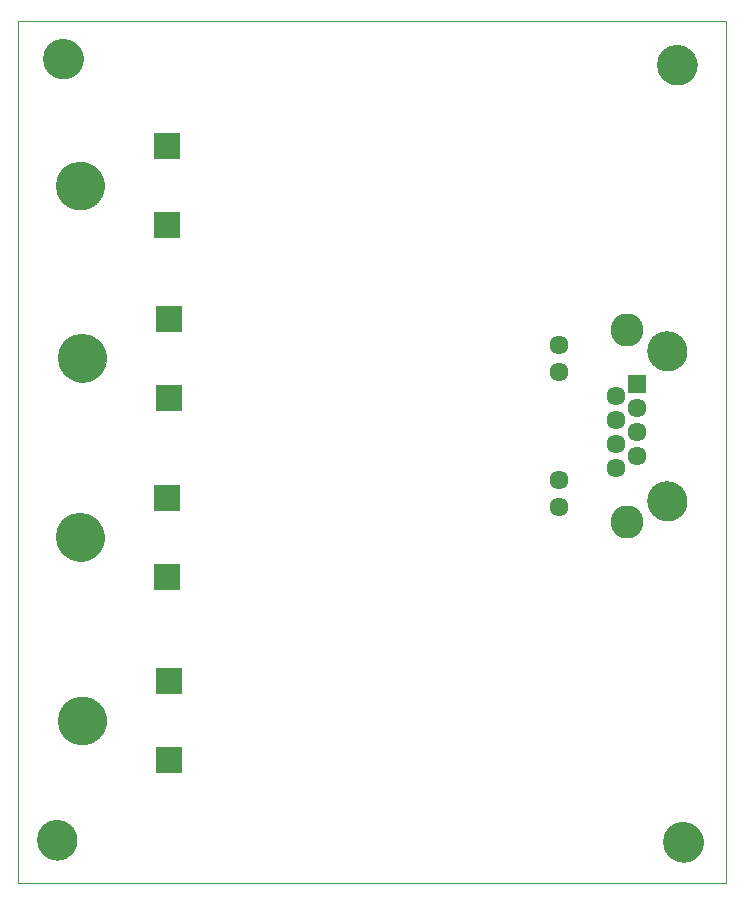
<source format=gbs>
G75*
%MOIN*%
%OFA0B0*%
%FSLAX25Y25*%
%IPPOS*%
%LPD*%
%AMOC8*
5,1,8,0,0,1.08239X$1,22.5*
%
%ADD10C,0.00000*%
%ADD11R,0.06337X0.06337*%
%ADD12C,0.06337*%
%ADD13C,0.13195*%
%ADD14C,0.11030*%
%ADD15C,0.16148*%
%ADD16R,0.08668X0.08668*%
%ADD17C,0.13400*%
D10*
X0005157Y0001000D02*
X0005157Y0288402D01*
X0241378Y0288402D01*
X0241378Y0001000D01*
X0005157Y0001000D01*
X0011748Y0015469D02*
X0011750Y0015630D01*
X0011756Y0015790D01*
X0011766Y0015951D01*
X0011780Y0016111D01*
X0011798Y0016271D01*
X0011819Y0016430D01*
X0011845Y0016589D01*
X0011875Y0016747D01*
X0011908Y0016904D01*
X0011946Y0017061D01*
X0011987Y0017216D01*
X0012032Y0017370D01*
X0012081Y0017523D01*
X0012134Y0017675D01*
X0012190Y0017826D01*
X0012251Y0017975D01*
X0012314Y0018123D01*
X0012382Y0018269D01*
X0012453Y0018413D01*
X0012527Y0018555D01*
X0012605Y0018696D01*
X0012687Y0018834D01*
X0012772Y0018971D01*
X0012860Y0019105D01*
X0012952Y0019237D01*
X0013047Y0019367D01*
X0013145Y0019495D01*
X0013246Y0019620D01*
X0013350Y0019742D01*
X0013457Y0019862D01*
X0013567Y0019979D01*
X0013680Y0020094D01*
X0013796Y0020205D01*
X0013915Y0020314D01*
X0014036Y0020419D01*
X0014160Y0020522D01*
X0014286Y0020622D01*
X0014414Y0020718D01*
X0014545Y0020811D01*
X0014679Y0020901D01*
X0014814Y0020988D01*
X0014952Y0021071D01*
X0015091Y0021151D01*
X0015233Y0021227D01*
X0015376Y0021300D01*
X0015521Y0021369D01*
X0015668Y0021435D01*
X0015816Y0021497D01*
X0015966Y0021555D01*
X0016117Y0021610D01*
X0016270Y0021661D01*
X0016424Y0021708D01*
X0016579Y0021751D01*
X0016735Y0021790D01*
X0016891Y0021826D01*
X0017049Y0021857D01*
X0017207Y0021885D01*
X0017366Y0021909D01*
X0017526Y0021929D01*
X0017686Y0021945D01*
X0017846Y0021957D01*
X0018007Y0021965D01*
X0018168Y0021969D01*
X0018328Y0021969D01*
X0018489Y0021965D01*
X0018650Y0021957D01*
X0018810Y0021945D01*
X0018970Y0021929D01*
X0019130Y0021909D01*
X0019289Y0021885D01*
X0019447Y0021857D01*
X0019605Y0021826D01*
X0019761Y0021790D01*
X0019917Y0021751D01*
X0020072Y0021708D01*
X0020226Y0021661D01*
X0020379Y0021610D01*
X0020530Y0021555D01*
X0020680Y0021497D01*
X0020828Y0021435D01*
X0020975Y0021369D01*
X0021120Y0021300D01*
X0021263Y0021227D01*
X0021405Y0021151D01*
X0021544Y0021071D01*
X0021682Y0020988D01*
X0021817Y0020901D01*
X0021951Y0020811D01*
X0022082Y0020718D01*
X0022210Y0020622D01*
X0022336Y0020522D01*
X0022460Y0020419D01*
X0022581Y0020314D01*
X0022700Y0020205D01*
X0022816Y0020094D01*
X0022929Y0019979D01*
X0023039Y0019862D01*
X0023146Y0019742D01*
X0023250Y0019620D01*
X0023351Y0019495D01*
X0023449Y0019367D01*
X0023544Y0019237D01*
X0023636Y0019105D01*
X0023724Y0018971D01*
X0023809Y0018834D01*
X0023891Y0018696D01*
X0023969Y0018555D01*
X0024043Y0018413D01*
X0024114Y0018269D01*
X0024182Y0018123D01*
X0024245Y0017975D01*
X0024306Y0017826D01*
X0024362Y0017675D01*
X0024415Y0017523D01*
X0024464Y0017370D01*
X0024509Y0017216D01*
X0024550Y0017061D01*
X0024588Y0016904D01*
X0024621Y0016747D01*
X0024651Y0016589D01*
X0024677Y0016430D01*
X0024698Y0016271D01*
X0024716Y0016111D01*
X0024730Y0015951D01*
X0024740Y0015790D01*
X0024746Y0015630D01*
X0024748Y0015469D01*
X0024746Y0015308D01*
X0024740Y0015148D01*
X0024730Y0014987D01*
X0024716Y0014827D01*
X0024698Y0014667D01*
X0024677Y0014508D01*
X0024651Y0014349D01*
X0024621Y0014191D01*
X0024588Y0014034D01*
X0024550Y0013877D01*
X0024509Y0013722D01*
X0024464Y0013568D01*
X0024415Y0013415D01*
X0024362Y0013263D01*
X0024306Y0013112D01*
X0024245Y0012963D01*
X0024182Y0012815D01*
X0024114Y0012669D01*
X0024043Y0012525D01*
X0023969Y0012383D01*
X0023891Y0012242D01*
X0023809Y0012104D01*
X0023724Y0011967D01*
X0023636Y0011833D01*
X0023544Y0011701D01*
X0023449Y0011571D01*
X0023351Y0011443D01*
X0023250Y0011318D01*
X0023146Y0011196D01*
X0023039Y0011076D01*
X0022929Y0010959D01*
X0022816Y0010844D01*
X0022700Y0010733D01*
X0022581Y0010624D01*
X0022460Y0010519D01*
X0022336Y0010416D01*
X0022210Y0010316D01*
X0022082Y0010220D01*
X0021951Y0010127D01*
X0021817Y0010037D01*
X0021682Y0009950D01*
X0021544Y0009867D01*
X0021405Y0009787D01*
X0021263Y0009711D01*
X0021120Y0009638D01*
X0020975Y0009569D01*
X0020828Y0009503D01*
X0020680Y0009441D01*
X0020530Y0009383D01*
X0020379Y0009328D01*
X0020226Y0009277D01*
X0020072Y0009230D01*
X0019917Y0009187D01*
X0019761Y0009148D01*
X0019605Y0009112D01*
X0019447Y0009081D01*
X0019289Y0009053D01*
X0019130Y0009029D01*
X0018970Y0009009D01*
X0018810Y0008993D01*
X0018650Y0008981D01*
X0018489Y0008973D01*
X0018328Y0008969D01*
X0018168Y0008969D01*
X0018007Y0008973D01*
X0017846Y0008981D01*
X0017686Y0008993D01*
X0017526Y0009009D01*
X0017366Y0009029D01*
X0017207Y0009053D01*
X0017049Y0009081D01*
X0016891Y0009112D01*
X0016735Y0009148D01*
X0016579Y0009187D01*
X0016424Y0009230D01*
X0016270Y0009277D01*
X0016117Y0009328D01*
X0015966Y0009383D01*
X0015816Y0009441D01*
X0015668Y0009503D01*
X0015521Y0009569D01*
X0015376Y0009638D01*
X0015233Y0009711D01*
X0015091Y0009787D01*
X0014952Y0009867D01*
X0014814Y0009950D01*
X0014679Y0010037D01*
X0014545Y0010127D01*
X0014414Y0010220D01*
X0014286Y0010316D01*
X0014160Y0010416D01*
X0014036Y0010519D01*
X0013915Y0010624D01*
X0013796Y0010733D01*
X0013680Y0010844D01*
X0013567Y0010959D01*
X0013457Y0011076D01*
X0013350Y0011196D01*
X0013246Y0011318D01*
X0013145Y0011443D01*
X0013047Y0011571D01*
X0012952Y0011701D01*
X0012860Y0011833D01*
X0012772Y0011967D01*
X0012687Y0012104D01*
X0012605Y0012242D01*
X0012527Y0012383D01*
X0012453Y0012525D01*
X0012382Y0012669D01*
X0012314Y0012815D01*
X0012251Y0012963D01*
X0012190Y0013112D01*
X0012134Y0013263D01*
X0012081Y0013415D01*
X0012032Y0013568D01*
X0011987Y0013722D01*
X0011946Y0013877D01*
X0011908Y0014034D01*
X0011875Y0014191D01*
X0011845Y0014349D01*
X0011819Y0014508D01*
X0011798Y0014667D01*
X0011780Y0014827D01*
X0011766Y0014987D01*
X0011756Y0015148D01*
X0011750Y0015308D01*
X0011748Y0015469D01*
X0018799Y0055311D02*
X0018801Y0055504D01*
X0018808Y0055697D01*
X0018820Y0055890D01*
X0018837Y0056083D01*
X0018858Y0056275D01*
X0018884Y0056466D01*
X0018915Y0056657D01*
X0018950Y0056847D01*
X0018990Y0057036D01*
X0019035Y0057224D01*
X0019084Y0057411D01*
X0019138Y0057597D01*
X0019196Y0057781D01*
X0019259Y0057964D01*
X0019327Y0058145D01*
X0019398Y0058324D01*
X0019475Y0058502D01*
X0019555Y0058678D01*
X0019640Y0058851D01*
X0019729Y0059023D01*
X0019822Y0059192D01*
X0019919Y0059359D01*
X0020021Y0059524D01*
X0020126Y0059686D01*
X0020235Y0059845D01*
X0020349Y0060002D01*
X0020466Y0060155D01*
X0020586Y0060306D01*
X0020711Y0060454D01*
X0020839Y0060599D01*
X0020970Y0060740D01*
X0021105Y0060879D01*
X0021244Y0061014D01*
X0021385Y0061145D01*
X0021530Y0061273D01*
X0021678Y0061398D01*
X0021829Y0061518D01*
X0021982Y0061635D01*
X0022139Y0061749D01*
X0022298Y0061858D01*
X0022460Y0061963D01*
X0022625Y0062065D01*
X0022792Y0062162D01*
X0022961Y0062255D01*
X0023133Y0062344D01*
X0023306Y0062429D01*
X0023482Y0062509D01*
X0023660Y0062586D01*
X0023839Y0062657D01*
X0024020Y0062725D01*
X0024203Y0062788D01*
X0024387Y0062846D01*
X0024573Y0062900D01*
X0024760Y0062949D01*
X0024948Y0062994D01*
X0025137Y0063034D01*
X0025327Y0063069D01*
X0025518Y0063100D01*
X0025709Y0063126D01*
X0025901Y0063147D01*
X0026094Y0063164D01*
X0026287Y0063176D01*
X0026480Y0063183D01*
X0026673Y0063185D01*
X0026866Y0063183D01*
X0027059Y0063176D01*
X0027252Y0063164D01*
X0027445Y0063147D01*
X0027637Y0063126D01*
X0027828Y0063100D01*
X0028019Y0063069D01*
X0028209Y0063034D01*
X0028398Y0062994D01*
X0028586Y0062949D01*
X0028773Y0062900D01*
X0028959Y0062846D01*
X0029143Y0062788D01*
X0029326Y0062725D01*
X0029507Y0062657D01*
X0029686Y0062586D01*
X0029864Y0062509D01*
X0030040Y0062429D01*
X0030213Y0062344D01*
X0030385Y0062255D01*
X0030554Y0062162D01*
X0030721Y0062065D01*
X0030886Y0061963D01*
X0031048Y0061858D01*
X0031207Y0061749D01*
X0031364Y0061635D01*
X0031517Y0061518D01*
X0031668Y0061398D01*
X0031816Y0061273D01*
X0031961Y0061145D01*
X0032102Y0061014D01*
X0032241Y0060879D01*
X0032376Y0060740D01*
X0032507Y0060599D01*
X0032635Y0060454D01*
X0032760Y0060306D01*
X0032880Y0060155D01*
X0032997Y0060002D01*
X0033111Y0059845D01*
X0033220Y0059686D01*
X0033325Y0059524D01*
X0033427Y0059359D01*
X0033524Y0059192D01*
X0033617Y0059023D01*
X0033706Y0058851D01*
X0033791Y0058678D01*
X0033871Y0058502D01*
X0033948Y0058324D01*
X0034019Y0058145D01*
X0034087Y0057964D01*
X0034150Y0057781D01*
X0034208Y0057597D01*
X0034262Y0057411D01*
X0034311Y0057224D01*
X0034356Y0057036D01*
X0034396Y0056847D01*
X0034431Y0056657D01*
X0034462Y0056466D01*
X0034488Y0056275D01*
X0034509Y0056083D01*
X0034526Y0055890D01*
X0034538Y0055697D01*
X0034545Y0055504D01*
X0034547Y0055311D01*
X0034545Y0055118D01*
X0034538Y0054925D01*
X0034526Y0054732D01*
X0034509Y0054539D01*
X0034488Y0054347D01*
X0034462Y0054156D01*
X0034431Y0053965D01*
X0034396Y0053775D01*
X0034356Y0053586D01*
X0034311Y0053398D01*
X0034262Y0053211D01*
X0034208Y0053025D01*
X0034150Y0052841D01*
X0034087Y0052658D01*
X0034019Y0052477D01*
X0033948Y0052298D01*
X0033871Y0052120D01*
X0033791Y0051944D01*
X0033706Y0051771D01*
X0033617Y0051599D01*
X0033524Y0051430D01*
X0033427Y0051263D01*
X0033325Y0051098D01*
X0033220Y0050936D01*
X0033111Y0050777D01*
X0032997Y0050620D01*
X0032880Y0050467D01*
X0032760Y0050316D01*
X0032635Y0050168D01*
X0032507Y0050023D01*
X0032376Y0049882D01*
X0032241Y0049743D01*
X0032102Y0049608D01*
X0031961Y0049477D01*
X0031816Y0049349D01*
X0031668Y0049224D01*
X0031517Y0049104D01*
X0031364Y0048987D01*
X0031207Y0048873D01*
X0031048Y0048764D01*
X0030886Y0048659D01*
X0030721Y0048557D01*
X0030554Y0048460D01*
X0030385Y0048367D01*
X0030213Y0048278D01*
X0030040Y0048193D01*
X0029864Y0048113D01*
X0029686Y0048036D01*
X0029507Y0047965D01*
X0029326Y0047897D01*
X0029143Y0047834D01*
X0028959Y0047776D01*
X0028773Y0047722D01*
X0028586Y0047673D01*
X0028398Y0047628D01*
X0028209Y0047588D01*
X0028019Y0047553D01*
X0027828Y0047522D01*
X0027637Y0047496D01*
X0027445Y0047475D01*
X0027252Y0047458D01*
X0027059Y0047446D01*
X0026866Y0047439D01*
X0026673Y0047437D01*
X0026480Y0047439D01*
X0026287Y0047446D01*
X0026094Y0047458D01*
X0025901Y0047475D01*
X0025709Y0047496D01*
X0025518Y0047522D01*
X0025327Y0047553D01*
X0025137Y0047588D01*
X0024948Y0047628D01*
X0024760Y0047673D01*
X0024573Y0047722D01*
X0024387Y0047776D01*
X0024203Y0047834D01*
X0024020Y0047897D01*
X0023839Y0047965D01*
X0023660Y0048036D01*
X0023482Y0048113D01*
X0023306Y0048193D01*
X0023133Y0048278D01*
X0022961Y0048367D01*
X0022792Y0048460D01*
X0022625Y0048557D01*
X0022460Y0048659D01*
X0022298Y0048764D01*
X0022139Y0048873D01*
X0021982Y0048987D01*
X0021829Y0049104D01*
X0021678Y0049224D01*
X0021530Y0049349D01*
X0021385Y0049477D01*
X0021244Y0049608D01*
X0021105Y0049743D01*
X0020970Y0049882D01*
X0020839Y0050023D01*
X0020711Y0050168D01*
X0020586Y0050316D01*
X0020466Y0050467D01*
X0020349Y0050620D01*
X0020235Y0050777D01*
X0020126Y0050936D01*
X0020021Y0051098D01*
X0019919Y0051263D01*
X0019822Y0051430D01*
X0019729Y0051599D01*
X0019640Y0051771D01*
X0019555Y0051944D01*
X0019475Y0052120D01*
X0019398Y0052298D01*
X0019327Y0052477D01*
X0019259Y0052658D01*
X0019196Y0052841D01*
X0019138Y0053025D01*
X0019084Y0053211D01*
X0019035Y0053398D01*
X0018990Y0053586D01*
X0018950Y0053775D01*
X0018915Y0053965D01*
X0018884Y0054156D01*
X0018858Y0054347D01*
X0018837Y0054539D01*
X0018820Y0054732D01*
X0018808Y0054925D01*
X0018801Y0055118D01*
X0018799Y0055311D01*
X0018110Y0116413D02*
X0018112Y0116606D01*
X0018119Y0116799D01*
X0018131Y0116992D01*
X0018148Y0117185D01*
X0018169Y0117377D01*
X0018195Y0117568D01*
X0018226Y0117759D01*
X0018261Y0117949D01*
X0018301Y0118138D01*
X0018346Y0118326D01*
X0018395Y0118513D01*
X0018449Y0118699D01*
X0018507Y0118883D01*
X0018570Y0119066D01*
X0018638Y0119247D01*
X0018709Y0119426D01*
X0018786Y0119604D01*
X0018866Y0119780D01*
X0018951Y0119953D01*
X0019040Y0120125D01*
X0019133Y0120294D01*
X0019230Y0120461D01*
X0019332Y0120626D01*
X0019437Y0120788D01*
X0019546Y0120947D01*
X0019660Y0121104D01*
X0019777Y0121257D01*
X0019897Y0121408D01*
X0020022Y0121556D01*
X0020150Y0121701D01*
X0020281Y0121842D01*
X0020416Y0121981D01*
X0020555Y0122116D01*
X0020696Y0122247D01*
X0020841Y0122375D01*
X0020989Y0122500D01*
X0021140Y0122620D01*
X0021293Y0122737D01*
X0021450Y0122851D01*
X0021609Y0122960D01*
X0021771Y0123065D01*
X0021936Y0123167D01*
X0022103Y0123264D01*
X0022272Y0123357D01*
X0022444Y0123446D01*
X0022617Y0123531D01*
X0022793Y0123611D01*
X0022971Y0123688D01*
X0023150Y0123759D01*
X0023331Y0123827D01*
X0023514Y0123890D01*
X0023698Y0123948D01*
X0023884Y0124002D01*
X0024071Y0124051D01*
X0024259Y0124096D01*
X0024448Y0124136D01*
X0024638Y0124171D01*
X0024829Y0124202D01*
X0025020Y0124228D01*
X0025212Y0124249D01*
X0025405Y0124266D01*
X0025598Y0124278D01*
X0025791Y0124285D01*
X0025984Y0124287D01*
X0026177Y0124285D01*
X0026370Y0124278D01*
X0026563Y0124266D01*
X0026756Y0124249D01*
X0026948Y0124228D01*
X0027139Y0124202D01*
X0027330Y0124171D01*
X0027520Y0124136D01*
X0027709Y0124096D01*
X0027897Y0124051D01*
X0028084Y0124002D01*
X0028270Y0123948D01*
X0028454Y0123890D01*
X0028637Y0123827D01*
X0028818Y0123759D01*
X0028997Y0123688D01*
X0029175Y0123611D01*
X0029351Y0123531D01*
X0029524Y0123446D01*
X0029696Y0123357D01*
X0029865Y0123264D01*
X0030032Y0123167D01*
X0030197Y0123065D01*
X0030359Y0122960D01*
X0030518Y0122851D01*
X0030675Y0122737D01*
X0030828Y0122620D01*
X0030979Y0122500D01*
X0031127Y0122375D01*
X0031272Y0122247D01*
X0031413Y0122116D01*
X0031552Y0121981D01*
X0031687Y0121842D01*
X0031818Y0121701D01*
X0031946Y0121556D01*
X0032071Y0121408D01*
X0032191Y0121257D01*
X0032308Y0121104D01*
X0032422Y0120947D01*
X0032531Y0120788D01*
X0032636Y0120626D01*
X0032738Y0120461D01*
X0032835Y0120294D01*
X0032928Y0120125D01*
X0033017Y0119953D01*
X0033102Y0119780D01*
X0033182Y0119604D01*
X0033259Y0119426D01*
X0033330Y0119247D01*
X0033398Y0119066D01*
X0033461Y0118883D01*
X0033519Y0118699D01*
X0033573Y0118513D01*
X0033622Y0118326D01*
X0033667Y0118138D01*
X0033707Y0117949D01*
X0033742Y0117759D01*
X0033773Y0117568D01*
X0033799Y0117377D01*
X0033820Y0117185D01*
X0033837Y0116992D01*
X0033849Y0116799D01*
X0033856Y0116606D01*
X0033858Y0116413D01*
X0033856Y0116220D01*
X0033849Y0116027D01*
X0033837Y0115834D01*
X0033820Y0115641D01*
X0033799Y0115449D01*
X0033773Y0115258D01*
X0033742Y0115067D01*
X0033707Y0114877D01*
X0033667Y0114688D01*
X0033622Y0114500D01*
X0033573Y0114313D01*
X0033519Y0114127D01*
X0033461Y0113943D01*
X0033398Y0113760D01*
X0033330Y0113579D01*
X0033259Y0113400D01*
X0033182Y0113222D01*
X0033102Y0113046D01*
X0033017Y0112873D01*
X0032928Y0112701D01*
X0032835Y0112532D01*
X0032738Y0112365D01*
X0032636Y0112200D01*
X0032531Y0112038D01*
X0032422Y0111879D01*
X0032308Y0111722D01*
X0032191Y0111569D01*
X0032071Y0111418D01*
X0031946Y0111270D01*
X0031818Y0111125D01*
X0031687Y0110984D01*
X0031552Y0110845D01*
X0031413Y0110710D01*
X0031272Y0110579D01*
X0031127Y0110451D01*
X0030979Y0110326D01*
X0030828Y0110206D01*
X0030675Y0110089D01*
X0030518Y0109975D01*
X0030359Y0109866D01*
X0030197Y0109761D01*
X0030032Y0109659D01*
X0029865Y0109562D01*
X0029696Y0109469D01*
X0029524Y0109380D01*
X0029351Y0109295D01*
X0029175Y0109215D01*
X0028997Y0109138D01*
X0028818Y0109067D01*
X0028637Y0108999D01*
X0028454Y0108936D01*
X0028270Y0108878D01*
X0028084Y0108824D01*
X0027897Y0108775D01*
X0027709Y0108730D01*
X0027520Y0108690D01*
X0027330Y0108655D01*
X0027139Y0108624D01*
X0026948Y0108598D01*
X0026756Y0108577D01*
X0026563Y0108560D01*
X0026370Y0108548D01*
X0026177Y0108541D01*
X0025984Y0108539D01*
X0025791Y0108541D01*
X0025598Y0108548D01*
X0025405Y0108560D01*
X0025212Y0108577D01*
X0025020Y0108598D01*
X0024829Y0108624D01*
X0024638Y0108655D01*
X0024448Y0108690D01*
X0024259Y0108730D01*
X0024071Y0108775D01*
X0023884Y0108824D01*
X0023698Y0108878D01*
X0023514Y0108936D01*
X0023331Y0108999D01*
X0023150Y0109067D01*
X0022971Y0109138D01*
X0022793Y0109215D01*
X0022617Y0109295D01*
X0022444Y0109380D01*
X0022272Y0109469D01*
X0022103Y0109562D01*
X0021936Y0109659D01*
X0021771Y0109761D01*
X0021609Y0109866D01*
X0021450Y0109975D01*
X0021293Y0110089D01*
X0021140Y0110206D01*
X0020989Y0110326D01*
X0020841Y0110451D01*
X0020696Y0110579D01*
X0020555Y0110710D01*
X0020416Y0110845D01*
X0020281Y0110984D01*
X0020150Y0111125D01*
X0020022Y0111270D01*
X0019897Y0111418D01*
X0019777Y0111569D01*
X0019660Y0111722D01*
X0019546Y0111879D01*
X0019437Y0112038D01*
X0019332Y0112200D01*
X0019230Y0112365D01*
X0019133Y0112532D01*
X0019040Y0112701D01*
X0018951Y0112873D01*
X0018866Y0113046D01*
X0018786Y0113222D01*
X0018709Y0113400D01*
X0018638Y0113579D01*
X0018570Y0113760D01*
X0018507Y0113943D01*
X0018449Y0114127D01*
X0018395Y0114313D01*
X0018346Y0114500D01*
X0018301Y0114688D01*
X0018261Y0114877D01*
X0018226Y0115067D01*
X0018195Y0115258D01*
X0018169Y0115449D01*
X0018148Y0115641D01*
X0018131Y0115834D01*
X0018119Y0116027D01*
X0018112Y0116220D01*
X0018110Y0116413D01*
X0018799Y0176118D02*
X0018801Y0176311D01*
X0018808Y0176504D01*
X0018820Y0176697D01*
X0018837Y0176890D01*
X0018858Y0177082D01*
X0018884Y0177273D01*
X0018915Y0177464D01*
X0018950Y0177654D01*
X0018990Y0177843D01*
X0019035Y0178031D01*
X0019084Y0178218D01*
X0019138Y0178404D01*
X0019196Y0178588D01*
X0019259Y0178771D01*
X0019327Y0178952D01*
X0019398Y0179131D01*
X0019475Y0179309D01*
X0019555Y0179485D01*
X0019640Y0179658D01*
X0019729Y0179830D01*
X0019822Y0179999D01*
X0019919Y0180166D01*
X0020021Y0180331D01*
X0020126Y0180493D01*
X0020235Y0180652D01*
X0020349Y0180809D01*
X0020466Y0180962D01*
X0020586Y0181113D01*
X0020711Y0181261D01*
X0020839Y0181406D01*
X0020970Y0181547D01*
X0021105Y0181686D01*
X0021244Y0181821D01*
X0021385Y0181952D01*
X0021530Y0182080D01*
X0021678Y0182205D01*
X0021829Y0182325D01*
X0021982Y0182442D01*
X0022139Y0182556D01*
X0022298Y0182665D01*
X0022460Y0182770D01*
X0022625Y0182872D01*
X0022792Y0182969D01*
X0022961Y0183062D01*
X0023133Y0183151D01*
X0023306Y0183236D01*
X0023482Y0183316D01*
X0023660Y0183393D01*
X0023839Y0183464D01*
X0024020Y0183532D01*
X0024203Y0183595D01*
X0024387Y0183653D01*
X0024573Y0183707D01*
X0024760Y0183756D01*
X0024948Y0183801D01*
X0025137Y0183841D01*
X0025327Y0183876D01*
X0025518Y0183907D01*
X0025709Y0183933D01*
X0025901Y0183954D01*
X0026094Y0183971D01*
X0026287Y0183983D01*
X0026480Y0183990D01*
X0026673Y0183992D01*
X0026866Y0183990D01*
X0027059Y0183983D01*
X0027252Y0183971D01*
X0027445Y0183954D01*
X0027637Y0183933D01*
X0027828Y0183907D01*
X0028019Y0183876D01*
X0028209Y0183841D01*
X0028398Y0183801D01*
X0028586Y0183756D01*
X0028773Y0183707D01*
X0028959Y0183653D01*
X0029143Y0183595D01*
X0029326Y0183532D01*
X0029507Y0183464D01*
X0029686Y0183393D01*
X0029864Y0183316D01*
X0030040Y0183236D01*
X0030213Y0183151D01*
X0030385Y0183062D01*
X0030554Y0182969D01*
X0030721Y0182872D01*
X0030886Y0182770D01*
X0031048Y0182665D01*
X0031207Y0182556D01*
X0031364Y0182442D01*
X0031517Y0182325D01*
X0031668Y0182205D01*
X0031816Y0182080D01*
X0031961Y0181952D01*
X0032102Y0181821D01*
X0032241Y0181686D01*
X0032376Y0181547D01*
X0032507Y0181406D01*
X0032635Y0181261D01*
X0032760Y0181113D01*
X0032880Y0180962D01*
X0032997Y0180809D01*
X0033111Y0180652D01*
X0033220Y0180493D01*
X0033325Y0180331D01*
X0033427Y0180166D01*
X0033524Y0179999D01*
X0033617Y0179830D01*
X0033706Y0179658D01*
X0033791Y0179485D01*
X0033871Y0179309D01*
X0033948Y0179131D01*
X0034019Y0178952D01*
X0034087Y0178771D01*
X0034150Y0178588D01*
X0034208Y0178404D01*
X0034262Y0178218D01*
X0034311Y0178031D01*
X0034356Y0177843D01*
X0034396Y0177654D01*
X0034431Y0177464D01*
X0034462Y0177273D01*
X0034488Y0177082D01*
X0034509Y0176890D01*
X0034526Y0176697D01*
X0034538Y0176504D01*
X0034545Y0176311D01*
X0034547Y0176118D01*
X0034545Y0175925D01*
X0034538Y0175732D01*
X0034526Y0175539D01*
X0034509Y0175346D01*
X0034488Y0175154D01*
X0034462Y0174963D01*
X0034431Y0174772D01*
X0034396Y0174582D01*
X0034356Y0174393D01*
X0034311Y0174205D01*
X0034262Y0174018D01*
X0034208Y0173832D01*
X0034150Y0173648D01*
X0034087Y0173465D01*
X0034019Y0173284D01*
X0033948Y0173105D01*
X0033871Y0172927D01*
X0033791Y0172751D01*
X0033706Y0172578D01*
X0033617Y0172406D01*
X0033524Y0172237D01*
X0033427Y0172070D01*
X0033325Y0171905D01*
X0033220Y0171743D01*
X0033111Y0171584D01*
X0032997Y0171427D01*
X0032880Y0171274D01*
X0032760Y0171123D01*
X0032635Y0170975D01*
X0032507Y0170830D01*
X0032376Y0170689D01*
X0032241Y0170550D01*
X0032102Y0170415D01*
X0031961Y0170284D01*
X0031816Y0170156D01*
X0031668Y0170031D01*
X0031517Y0169911D01*
X0031364Y0169794D01*
X0031207Y0169680D01*
X0031048Y0169571D01*
X0030886Y0169466D01*
X0030721Y0169364D01*
X0030554Y0169267D01*
X0030385Y0169174D01*
X0030213Y0169085D01*
X0030040Y0169000D01*
X0029864Y0168920D01*
X0029686Y0168843D01*
X0029507Y0168772D01*
X0029326Y0168704D01*
X0029143Y0168641D01*
X0028959Y0168583D01*
X0028773Y0168529D01*
X0028586Y0168480D01*
X0028398Y0168435D01*
X0028209Y0168395D01*
X0028019Y0168360D01*
X0027828Y0168329D01*
X0027637Y0168303D01*
X0027445Y0168282D01*
X0027252Y0168265D01*
X0027059Y0168253D01*
X0026866Y0168246D01*
X0026673Y0168244D01*
X0026480Y0168246D01*
X0026287Y0168253D01*
X0026094Y0168265D01*
X0025901Y0168282D01*
X0025709Y0168303D01*
X0025518Y0168329D01*
X0025327Y0168360D01*
X0025137Y0168395D01*
X0024948Y0168435D01*
X0024760Y0168480D01*
X0024573Y0168529D01*
X0024387Y0168583D01*
X0024203Y0168641D01*
X0024020Y0168704D01*
X0023839Y0168772D01*
X0023660Y0168843D01*
X0023482Y0168920D01*
X0023306Y0169000D01*
X0023133Y0169085D01*
X0022961Y0169174D01*
X0022792Y0169267D01*
X0022625Y0169364D01*
X0022460Y0169466D01*
X0022298Y0169571D01*
X0022139Y0169680D01*
X0021982Y0169794D01*
X0021829Y0169911D01*
X0021678Y0170031D01*
X0021530Y0170156D01*
X0021385Y0170284D01*
X0021244Y0170415D01*
X0021105Y0170550D01*
X0020970Y0170689D01*
X0020839Y0170830D01*
X0020711Y0170975D01*
X0020586Y0171123D01*
X0020466Y0171274D01*
X0020349Y0171427D01*
X0020235Y0171584D01*
X0020126Y0171743D01*
X0020021Y0171905D01*
X0019919Y0172070D01*
X0019822Y0172237D01*
X0019729Y0172406D01*
X0019640Y0172578D01*
X0019555Y0172751D01*
X0019475Y0172927D01*
X0019398Y0173105D01*
X0019327Y0173284D01*
X0019259Y0173465D01*
X0019196Y0173648D01*
X0019138Y0173832D01*
X0019084Y0174018D01*
X0019035Y0174205D01*
X0018990Y0174393D01*
X0018950Y0174582D01*
X0018915Y0174772D01*
X0018884Y0174963D01*
X0018858Y0175154D01*
X0018837Y0175346D01*
X0018820Y0175539D01*
X0018808Y0175732D01*
X0018801Y0175925D01*
X0018799Y0176118D01*
X0018110Y0233598D02*
X0018112Y0233791D01*
X0018119Y0233984D01*
X0018131Y0234177D01*
X0018148Y0234370D01*
X0018169Y0234562D01*
X0018195Y0234753D01*
X0018226Y0234944D01*
X0018261Y0235134D01*
X0018301Y0235323D01*
X0018346Y0235511D01*
X0018395Y0235698D01*
X0018449Y0235884D01*
X0018507Y0236068D01*
X0018570Y0236251D01*
X0018638Y0236432D01*
X0018709Y0236611D01*
X0018786Y0236789D01*
X0018866Y0236965D01*
X0018951Y0237138D01*
X0019040Y0237310D01*
X0019133Y0237479D01*
X0019230Y0237646D01*
X0019332Y0237811D01*
X0019437Y0237973D01*
X0019546Y0238132D01*
X0019660Y0238289D01*
X0019777Y0238442D01*
X0019897Y0238593D01*
X0020022Y0238741D01*
X0020150Y0238886D01*
X0020281Y0239027D01*
X0020416Y0239166D01*
X0020555Y0239301D01*
X0020696Y0239432D01*
X0020841Y0239560D01*
X0020989Y0239685D01*
X0021140Y0239805D01*
X0021293Y0239922D01*
X0021450Y0240036D01*
X0021609Y0240145D01*
X0021771Y0240250D01*
X0021936Y0240352D01*
X0022103Y0240449D01*
X0022272Y0240542D01*
X0022444Y0240631D01*
X0022617Y0240716D01*
X0022793Y0240796D01*
X0022971Y0240873D01*
X0023150Y0240944D01*
X0023331Y0241012D01*
X0023514Y0241075D01*
X0023698Y0241133D01*
X0023884Y0241187D01*
X0024071Y0241236D01*
X0024259Y0241281D01*
X0024448Y0241321D01*
X0024638Y0241356D01*
X0024829Y0241387D01*
X0025020Y0241413D01*
X0025212Y0241434D01*
X0025405Y0241451D01*
X0025598Y0241463D01*
X0025791Y0241470D01*
X0025984Y0241472D01*
X0026177Y0241470D01*
X0026370Y0241463D01*
X0026563Y0241451D01*
X0026756Y0241434D01*
X0026948Y0241413D01*
X0027139Y0241387D01*
X0027330Y0241356D01*
X0027520Y0241321D01*
X0027709Y0241281D01*
X0027897Y0241236D01*
X0028084Y0241187D01*
X0028270Y0241133D01*
X0028454Y0241075D01*
X0028637Y0241012D01*
X0028818Y0240944D01*
X0028997Y0240873D01*
X0029175Y0240796D01*
X0029351Y0240716D01*
X0029524Y0240631D01*
X0029696Y0240542D01*
X0029865Y0240449D01*
X0030032Y0240352D01*
X0030197Y0240250D01*
X0030359Y0240145D01*
X0030518Y0240036D01*
X0030675Y0239922D01*
X0030828Y0239805D01*
X0030979Y0239685D01*
X0031127Y0239560D01*
X0031272Y0239432D01*
X0031413Y0239301D01*
X0031552Y0239166D01*
X0031687Y0239027D01*
X0031818Y0238886D01*
X0031946Y0238741D01*
X0032071Y0238593D01*
X0032191Y0238442D01*
X0032308Y0238289D01*
X0032422Y0238132D01*
X0032531Y0237973D01*
X0032636Y0237811D01*
X0032738Y0237646D01*
X0032835Y0237479D01*
X0032928Y0237310D01*
X0033017Y0237138D01*
X0033102Y0236965D01*
X0033182Y0236789D01*
X0033259Y0236611D01*
X0033330Y0236432D01*
X0033398Y0236251D01*
X0033461Y0236068D01*
X0033519Y0235884D01*
X0033573Y0235698D01*
X0033622Y0235511D01*
X0033667Y0235323D01*
X0033707Y0235134D01*
X0033742Y0234944D01*
X0033773Y0234753D01*
X0033799Y0234562D01*
X0033820Y0234370D01*
X0033837Y0234177D01*
X0033849Y0233984D01*
X0033856Y0233791D01*
X0033858Y0233598D01*
X0033856Y0233405D01*
X0033849Y0233212D01*
X0033837Y0233019D01*
X0033820Y0232826D01*
X0033799Y0232634D01*
X0033773Y0232443D01*
X0033742Y0232252D01*
X0033707Y0232062D01*
X0033667Y0231873D01*
X0033622Y0231685D01*
X0033573Y0231498D01*
X0033519Y0231312D01*
X0033461Y0231128D01*
X0033398Y0230945D01*
X0033330Y0230764D01*
X0033259Y0230585D01*
X0033182Y0230407D01*
X0033102Y0230231D01*
X0033017Y0230058D01*
X0032928Y0229886D01*
X0032835Y0229717D01*
X0032738Y0229550D01*
X0032636Y0229385D01*
X0032531Y0229223D01*
X0032422Y0229064D01*
X0032308Y0228907D01*
X0032191Y0228754D01*
X0032071Y0228603D01*
X0031946Y0228455D01*
X0031818Y0228310D01*
X0031687Y0228169D01*
X0031552Y0228030D01*
X0031413Y0227895D01*
X0031272Y0227764D01*
X0031127Y0227636D01*
X0030979Y0227511D01*
X0030828Y0227391D01*
X0030675Y0227274D01*
X0030518Y0227160D01*
X0030359Y0227051D01*
X0030197Y0226946D01*
X0030032Y0226844D01*
X0029865Y0226747D01*
X0029696Y0226654D01*
X0029524Y0226565D01*
X0029351Y0226480D01*
X0029175Y0226400D01*
X0028997Y0226323D01*
X0028818Y0226252D01*
X0028637Y0226184D01*
X0028454Y0226121D01*
X0028270Y0226063D01*
X0028084Y0226009D01*
X0027897Y0225960D01*
X0027709Y0225915D01*
X0027520Y0225875D01*
X0027330Y0225840D01*
X0027139Y0225809D01*
X0026948Y0225783D01*
X0026756Y0225762D01*
X0026563Y0225745D01*
X0026370Y0225733D01*
X0026177Y0225726D01*
X0025984Y0225724D01*
X0025791Y0225726D01*
X0025598Y0225733D01*
X0025405Y0225745D01*
X0025212Y0225762D01*
X0025020Y0225783D01*
X0024829Y0225809D01*
X0024638Y0225840D01*
X0024448Y0225875D01*
X0024259Y0225915D01*
X0024071Y0225960D01*
X0023884Y0226009D01*
X0023698Y0226063D01*
X0023514Y0226121D01*
X0023331Y0226184D01*
X0023150Y0226252D01*
X0022971Y0226323D01*
X0022793Y0226400D01*
X0022617Y0226480D01*
X0022444Y0226565D01*
X0022272Y0226654D01*
X0022103Y0226747D01*
X0021936Y0226844D01*
X0021771Y0226946D01*
X0021609Y0227051D01*
X0021450Y0227160D01*
X0021293Y0227274D01*
X0021140Y0227391D01*
X0020989Y0227511D01*
X0020841Y0227636D01*
X0020696Y0227764D01*
X0020555Y0227895D01*
X0020416Y0228030D01*
X0020281Y0228169D01*
X0020150Y0228310D01*
X0020022Y0228455D01*
X0019897Y0228603D01*
X0019777Y0228754D01*
X0019660Y0228907D01*
X0019546Y0229064D01*
X0019437Y0229223D01*
X0019332Y0229385D01*
X0019230Y0229550D01*
X0019133Y0229717D01*
X0019040Y0229886D01*
X0018951Y0230058D01*
X0018866Y0230231D01*
X0018786Y0230407D01*
X0018709Y0230585D01*
X0018638Y0230764D01*
X0018570Y0230945D01*
X0018507Y0231128D01*
X0018449Y0231312D01*
X0018395Y0231498D01*
X0018346Y0231685D01*
X0018301Y0231873D01*
X0018261Y0232062D01*
X0018226Y0232252D01*
X0018195Y0232443D01*
X0018169Y0232634D01*
X0018148Y0232826D01*
X0018131Y0233019D01*
X0018119Y0233212D01*
X0018112Y0233405D01*
X0018110Y0233598D01*
X0013815Y0275902D02*
X0013817Y0276063D01*
X0013823Y0276223D01*
X0013833Y0276384D01*
X0013847Y0276544D01*
X0013865Y0276704D01*
X0013886Y0276863D01*
X0013912Y0277022D01*
X0013942Y0277180D01*
X0013975Y0277337D01*
X0014013Y0277494D01*
X0014054Y0277649D01*
X0014099Y0277803D01*
X0014148Y0277956D01*
X0014201Y0278108D01*
X0014257Y0278259D01*
X0014318Y0278408D01*
X0014381Y0278556D01*
X0014449Y0278702D01*
X0014520Y0278846D01*
X0014594Y0278988D01*
X0014672Y0279129D01*
X0014754Y0279267D01*
X0014839Y0279404D01*
X0014927Y0279538D01*
X0015019Y0279670D01*
X0015114Y0279800D01*
X0015212Y0279928D01*
X0015313Y0280053D01*
X0015417Y0280175D01*
X0015524Y0280295D01*
X0015634Y0280412D01*
X0015747Y0280527D01*
X0015863Y0280638D01*
X0015982Y0280747D01*
X0016103Y0280852D01*
X0016227Y0280955D01*
X0016353Y0281055D01*
X0016481Y0281151D01*
X0016612Y0281244D01*
X0016746Y0281334D01*
X0016881Y0281421D01*
X0017019Y0281504D01*
X0017158Y0281584D01*
X0017300Y0281660D01*
X0017443Y0281733D01*
X0017588Y0281802D01*
X0017735Y0281868D01*
X0017883Y0281930D01*
X0018033Y0281988D01*
X0018184Y0282043D01*
X0018337Y0282094D01*
X0018491Y0282141D01*
X0018646Y0282184D01*
X0018802Y0282223D01*
X0018958Y0282259D01*
X0019116Y0282290D01*
X0019274Y0282318D01*
X0019433Y0282342D01*
X0019593Y0282362D01*
X0019753Y0282378D01*
X0019913Y0282390D01*
X0020074Y0282398D01*
X0020235Y0282402D01*
X0020395Y0282402D01*
X0020556Y0282398D01*
X0020717Y0282390D01*
X0020877Y0282378D01*
X0021037Y0282362D01*
X0021197Y0282342D01*
X0021356Y0282318D01*
X0021514Y0282290D01*
X0021672Y0282259D01*
X0021828Y0282223D01*
X0021984Y0282184D01*
X0022139Y0282141D01*
X0022293Y0282094D01*
X0022446Y0282043D01*
X0022597Y0281988D01*
X0022747Y0281930D01*
X0022895Y0281868D01*
X0023042Y0281802D01*
X0023187Y0281733D01*
X0023330Y0281660D01*
X0023472Y0281584D01*
X0023611Y0281504D01*
X0023749Y0281421D01*
X0023884Y0281334D01*
X0024018Y0281244D01*
X0024149Y0281151D01*
X0024277Y0281055D01*
X0024403Y0280955D01*
X0024527Y0280852D01*
X0024648Y0280747D01*
X0024767Y0280638D01*
X0024883Y0280527D01*
X0024996Y0280412D01*
X0025106Y0280295D01*
X0025213Y0280175D01*
X0025317Y0280053D01*
X0025418Y0279928D01*
X0025516Y0279800D01*
X0025611Y0279670D01*
X0025703Y0279538D01*
X0025791Y0279404D01*
X0025876Y0279267D01*
X0025958Y0279129D01*
X0026036Y0278988D01*
X0026110Y0278846D01*
X0026181Y0278702D01*
X0026249Y0278556D01*
X0026312Y0278408D01*
X0026373Y0278259D01*
X0026429Y0278108D01*
X0026482Y0277956D01*
X0026531Y0277803D01*
X0026576Y0277649D01*
X0026617Y0277494D01*
X0026655Y0277337D01*
X0026688Y0277180D01*
X0026718Y0277022D01*
X0026744Y0276863D01*
X0026765Y0276704D01*
X0026783Y0276544D01*
X0026797Y0276384D01*
X0026807Y0276223D01*
X0026813Y0276063D01*
X0026815Y0275902D01*
X0026813Y0275741D01*
X0026807Y0275581D01*
X0026797Y0275420D01*
X0026783Y0275260D01*
X0026765Y0275100D01*
X0026744Y0274941D01*
X0026718Y0274782D01*
X0026688Y0274624D01*
X0026655Y0274467D01*
X0026617Y0274310D01*
X0026576Y0274155D01*
X0026531Y0274001D01*
X0026482Y0273848D01*
X0026429Y0273696D01*
X0026373Y0273545D01*
X0026312Y0273396D01*
X0026249Y0273248D01*
X0026181Y0273102D01*
X0026110Y0272958D01*
X0026036Y0272816D01*
X0025958Y0272675D01*
X0025876Y0272537D01*
X0025791Y0272400D01*
X0025703Y0272266D01*
X0025611Y0272134D01*
X0025516Y0272004D01*
X0025418Y0271876D01*
X0025317Y0271751D01*
X0025213Y0271629D01*
X0025106Y0271509D01*
X0024996Y0271392D01*
X0024883Y0271277D01*
X0024767Y0271166D01*
X0024648Y0271057D01*
X0024527Y0270952D01*
X0024403Y0270849D01*
X0024277Y0270749D01*
X0024149Y0270653D01*
X0024018Y0270560D01*
X0023884Y0270470D01*
X0023749Y0270383D01*
X0023611Y0270300D01*
X0023472Y0270220D01*
X0023330Y0270144D01*
X0023187Y0270071D01*
X0023042Y0270002D01*
X0022895Y0269936D01*
X0022747Y0269874D01*
X0022597Y0269816D01*
X0022446Y0269761D01*
X0022293Y0269710D01*
X0022139Y0269663D01*
X0021984Y0269620D01*
X0021828Y0269581D01*
X0021672Y0269545D01*
X0021514Y0269514D01*
X0021356Y0269486D01*
X0021197Y0269462D01*
X0021037Y0269442D01*
X0020877Y0269426D01*
X0020717Y0269414D01*
X0020556Y0269406D01*
X0020395Y0269402D01*
X0020235Y0269402D01*
X0020074Y0269406D01*
X0019913Y0269414D01*
X0019753Y0269426D01*
X0019593Y0269442D01*
X0019433Y0269462D01*
X0019274Y0269486D01*
X0019116Y0269514D01*
X0018958Y0269545D01*
X0018802Y0269581D01*
X0018646Y0269620D01*
X0018491Y0269663D01*
X0018337Y0269710D01*
X0018184Y0269761D01*
X0018033Y0269816D01*
X0017883Y0269874D01*
X0017735Y0269936D01*
X0017588Y0270002D01*
X0017443Y0270071D01*
X0017300Y0270144D01*
X0017158Y0270220D01*
X0017019Y0270300D01*
X0016881Y0270383D01*
X0016746Y0270470D01*
X0016612Y0270560D01*
X0016481Y0270653D01*
X0016353Y0270749D01*
X0016227Y0270849D01*
X0016103Y0270952D01*
X0015982Y0271057D01*
X0015863Y0271166D01*
X0015747Y0271277D01*
X0015634Y0271392D01*
X0015524Y0271509D01*
X0015417Y0271629D01*
X0015313Y0271751D01*
X0015212Y0271876D01*
X0015114Y0272004D01*
X0015019Y0272134D01*
X0014927Y0272266D01*
X0014839Y0272400D01*
X0014754Y0272537D01*
X0014672Y0272675D01*
X0014594Y0272816D01*
X0014520Y0272958D01*
X0014449Y0273102D01*
X0014381Y0273248D01*
X0014318Y0273396D01*
X0014257Y0273545D01*
X0014201Y0273696D01*
X0014148Y0273848D01*
X0014099Y0274001D01*
X0014054Y0274155D01*
X0014013Y0274310D01*
X0013975Y0274467D01*
X0013942Y0274624D01*
X0013912Y0274782D01*
X0013886Y0274941D01*
X0013865Y0275100D01*
X0013847Y0275260D01*
X0013833Y0275420D01*
X0013823Y0275581D01*
X0013817Y0275741D01*
X0013815Y0275902D01*
X0215256Y0178421D02*
X0215258Y0178581D01*
X0215264Y0178740D01*
X0215274Y0178899D01*
X0215288Y0179058D01*
X0215306Y0179217D01*
X0215327Y0179375D01*
X0215353Y0179532D01*
X0215383Y0179689D01*
X0215416Y0179845D01*
X0215454Y0180000D01*
X0215495Y0180154D01*
X0215540Y0180307D01*
X0215589Y0180459D01*
X0215642Y0180609D01*
X0215698Y0180758D01*
X0215758Y0180906D01*
X0215822Y0181052D01*
X0215890Y0181197D01*
X0215961Y0181340D01*
X0216035Y0181481D01*
X0216113Y0181620D01*
X0216195Y0181757D01*
X0216280Y0181892D01*
X0216368Y0182025D01*
X0216459Y0182156D01*
X0216554Y0182284D01*
X0216652Y0182410D01*
X0216753Y0182534D01*
X0216857Y0182654D01*
X0216964Y0182773D01*
X0217074Y0182888D01*
X0217187Y0183001D01*
X0217302Y0183111D01*
X0217421Y0183218D01*
X0217541Y0183322D01*
X0217665Y0183423D01*
X0217791Y0183521D01*
X0217919Y0183616D01*
X0218050Y0183707D01*
X0218183Y0183795D01*
X0218318Y0183880D01*
X0218455Y0183962D01*
X0218594Y0184040D01*
X0218735Y0184114D01*
X0218878Y0184185D01*
X0219023Y0184253D01*
X0219169Y0184317D01*
X0219317Y0184377D01*
X0219466Y0184433D01*
X0219616Y0184486D01*
X0219768Y0184535D01*
X0219921Y0184580D01*
X0220075Y0184621D01*
X0220230Y0184659D01*
X0220386Y0184692D01*
X0220543Y0184722D01*
X0220700Y0184748D01*
X0220858Y0184769D01*
X0221017Y0184787D01*
X0221176Y0184801D01*
X0221335Y0184811D01*
X0221494Y0184817D01*
X0221654Y0184819D01*
X0221814Y0184817D01*
X0221973Y0184811D01*
X0222132Y0184801D01*
X0222291Y0184787D01*
X0222450Y0184769D01*
X0222608Y0184748D01*
X0222765Y0184722D01*
X0222922Y0184692D01*
X0223078Y0184659D01*
X0223233Y0184621D01*
X0223387Y0184580D01*
X0223540Y0184535D01*
X0223692Y0184486D01*
X0223842Y0184433D01*
X0223991Y0184377D01*
X0224139Y0184317D01*
X0224285Y0184253D01*
X0224430Y0184185D01*
X0224573Y0184114D01*
X0224714Y0184040D01*
X0224853Y0183962D01*
X0224990Y0183880D01*
X0225125Y0183795D01*
X0225258Y0183707D01*
X0225389Y0183616D01*
X0225517Y0183521D01*
X0225643Y0183423D01*
X0225767Y0183322D01*
X0225887Y0183218D01*
X0226006Y0183111D01*
X0226121Y0183001D01*
X0226234Y0182888D01*
X0226344Y0182773D01*
X0226451Y0182654D01*
X0226555Y0182534D01*
X0226656Y0182410D01*
X0226754Y0182284D01*
X0226849Y0182156D01*
X0226940Y0182025D01*
X0227028Y0181892D01*
X0227113Y0181757D01*
X0227195Y0181620D01*
X0227273Y0181481D01*
X0227347Y0181340D01*
X0227418Y0181197D01*
X0227486Y0181052D01*
X0227550Y0180906D01*
X0227610Y0180758D01*
X0227666Y0180609D01*
X0227719Y0180459D01*
X0227768Y0180307D01*
X0227813Y0180154D01*
X0227854Y0180000D01*
X0227892Y0179845D01*
X0227925Y0179689D01*
X0227955Y0179532D01*
X0227981Y0179375D01*
X0228002Y0179217D01*
X0228020Y0179058D01*
X0228034Y0178899D01*
X0228044Y0178740D01*
X0228050Y0178581D01*
X0228052Y0178421D01*
X0228050Y0178261D01*
X0228044Y0178102D01*
X0228034Y0177943D01*
X0228020Y0177784D01*
X0228002Y0177625D01*
X0227981Y0177467D01*
X0227955Y0177310D01*
X0227925Y0177153D01*
X0227892Y0176997D01*
X0227854Y0176842D01*
X0227813Y0176688D01*
X0227768Y0176535D01*
X0227719Y0176383D01*
X0227666Y0176233D01*
X0227610Y0176084D01*
X0227550Y0175936D01*
X0227486Y0175790D01*
X0227418Y0175645D01*
X0227347Y0175502D01*
X0227273Y0175361D01*
X0227195Y0175222D01*
X0227113Y0175085D01*
X0227028Y0174950D01*
X0226940Y0174817D01*
X0226849Y0174686D01*
X0226754Y0174558D01*
X0226656Y0174432D01*
X0226555Y0174308D01*
X0226451Y0174188D01*
X0226344Y0174069D01*
X0226234Y0173954D01*
X0226121Y0173841D01*
X0226006Y0173731D01*
X0225887Y0173624D01*
X0225767Y0173520D01*
X0225643Y0173419D01*
X0225517Y0173321D01*
X0225389Y0173226D01*
X0225258Y0173135D01*
X0225125Y0173047D01*
X0224990Y0172962D01*
X0224853Y0172880D01*
X0224714Y0172802D01*
X0224573Y0172728D01*
X0224430Y0172657D01*
X0224285Y0172589D01*
X0224139Y0172525D01*
X0223991Y0172465D01*
X0223842Y0172409D01*
X0223692Y0172356D01*
X0223540Y0172307D01*
X0223387Y0172262D01*
X0223233Y0172221D01*
X0223078Y0172183D01*
X0222922Y0172150D01*
X0222765Y0172120D01*
X0222608Y0172094D01*
X0222450Y0172073D01*
X0222291Y0172055D01*
X0222132Y0172041D01*
X0221973Y0172031D01*
X0221814Y0172025D01*
X0221654Y0172023D01*
X0221494Y0172025D01*
X0221335Y0172031D01*
X0221176Y0172041D01*
X0221017Y0172055D01*
X0220858Y0172073D01*
X0220700Y0172094D01*
X0220543Y0172120D01*
X0220386Y0172150D01*
X0220230Y0172183D01*
X0220075Y0172221D01*
X0219921Y0172262D01*
X0219768Y0172307D01*
X0219616Y0172356D01*
X0219466Y0172409D01*
X0219317Y0172465D01*
X0219169Y0172525D01*
X0219023Y0172589D01*
X0218878Y0172657D01*
X0218735Y0172728D01*
X0218594Y0172802D01*
X0218455Y0172880D01*
X0218318Y0172962D01*
X0218183Y0173047D01*
X0218050Y0173135D01*
X0217919Y0173226D01*
X0217791Y0173321D01*
X0217665Y0173419D01*
X0217541Y0173520D01*
X0217421Y0173624D01*
X0217302Y0173731D01*
X0217187Y0173841D01*
X0217074Y0173954D01*
X0216964Y0174069D01*
X0216857Y0174188D01*
X0216753Y0174308D01*
X0216652Y0174432D01*
X0216554Y0174558D01*
X0216459Y0174686D01*
X0216368Y0174817D01*
X0216280Y0174950D01*
X0216195Y0175085D01*
X0216113Y0175222D01*
X0216035Y0175361D01*
X0215961Y0175502D01*
X0215890Y0175645D01*
X0215822Y0175790D01*
X0215758Y0175936D01*
X0215698Y0176084D01*
X0215642Y0176233D01*
X0215589Y0176383D01*
X0215540Y0176535D01*
X0215495Y0176688D01*
X0215454Y0176842D01*
X0215416Y0176997D01*
X0215383Y0177153D01*
X0215353Y0177310D01*
X0215327Y0177467D01*
X0215306Y0177625D01*
X0215288Y0177784D01*
X0215274Y0177943D01*
X0215264Y0178102D01*
X0215258Y0178261D01*
X0215256Y0178421D01*
X0215256Y0128421D02*
X0215258Y0128581D01*
X0215264Y0128740D01*
X0215274Y0128899D01*
X0215288Y0129058D01*
X0215306Y0129217D01*
X0215327Y0129375D01*
X0215353Y0129532D01*
X0215383Y0129689D01*
X0215416Y0129845D01*
X0215454Y0130000D01*
X0215495Y0130154D01*
X0215540Y0130307D01*
X0215589Y0130459D01*
X0215642Y0130609D01*
X0215698Y0130758D01*
X0215758Y0130906D01*
X0215822Y0131052D01*
X0215890Y0131197D01*
X0215961Y0131340D01*
X0216035Y0131481D01*
X0216113Y0131620D01*
X0216195Y0131757D01*
X0216280Y0131892D01*
X0216368Y0132025D01*
X0216459Y0132156D01*
X0216554Y0132284D01*
X0216652Y0132410D01*
X0216753Y0132534D01*
X0216857Y0132654D01*
X0216964Y0132773D01*
X0217074Y0132888D01*
X0217187Y0133001D01*
X0217302Y0133111D01*
X0217421Y0133218D01*
X0217541Y0133322D01*
X0217665Y0133423D01*
X0217791Y0133521D01*
X0217919Y0133616D01*
X0218050Y0133707D01*
X0218183Y0133795D01*
X0218318Y0133880D01*
X0218455Y0133962D01*
X0218594Y0134040D01*
X0218735Y0134114D01*
X0218878Y0134185D01*
X0219023Y0134253D01*
X0219169Y0134317D01*
X0219317Y0134377D01*
X0219466Y0134433D01*
X0219616Y0134486D01*
X0219768Y0134535D01*
X0219921Y0134580D01*
X0220075Y0134621D01*
X0220230Y0134659D01*
X0220386Y0134692D01*
X0220543Y0134722D01*
X0220700Y0134748D01*
X0220858Y0134769D01*
X0221017Y0134787D01*
X0221176Y0134801D01*
X0221335Y0134811D01*
X0221494Y0134817D01*
X0221654Y0134819D01*
X0221814Y0134817D01*
X0221973Y0134811D01*
X0222132Y0134801D01*
X0222291Y0134787D01*
X0222450Y0134769D01*
X0222608Y0134748D01*
X0222765Y0134722D01*
X0222922Y0134692D01*
X0223078Y0134659D01*
X0223233Y0134621D01*
X0223387Y0134580D01*
X0223540Y0134535D01*
X0223692Y0134486D01*
X0223842Y0134433D01*
X0223991Y0134377D01*
X0224139Y0134317D01*
X0224285Y0134253D01*
X0224430Y0134185D01*
X0224573Y0134114D01*
X0224714Y0134040D01*
X0224853Y0133962D01*
X0224990Y0133880D01*
X0225125Y0133795D01*
X0225258Y0133707D01*
X0225389Y0133616D01*
X0225517Y0133521D01*
X0225643Y0133423D01*
X0225767Y0133322D01*
X0225887Y0133218D01*
X0226006Y0133111D01*
X0226121Y0133001D01*
X0226234Y0132888D01*
X0226344Y0132773D01*
X0226451Y0132654D01*
X0226555Y0132534D01*
X0226656Y0132410D01*
X0226754Y0132284D01*
X0226849Y0132156D01*
X0226940Y0132025D01*
X0227028Y0131892D01*
X0227113Y0131757D01*
X0227195Y0131620D01*
X0227273Y0131481D01*
X0227347Y0131340D01*
X0227418Y0131197D01*
X0227486Y0131052D01*
X0227550Y0130906D01*
X0227610Y0130758D01*
X0227666Y0130609D01*
X0227719Y0130459D01*
X0227768Y0130307D01*
X0227813Y0130154D01*
X0227854Y0130000D01*
X0227892Y0129845D01*
X0227925Y0129689D01*
X0227955Y0129532D01*
X0227981Y0129375D01*
X0228002Y0129217D01*
X0228020Y0129058D01*
X0228034Y0128899D01*
X0228044Y0128740D01*
X0228050Y0128581D01*
X0228052Y0128421D01*
X0228050Y0128261D01*
X0228044Y0128102D01*
X0228034Y0127943D01*
X0228020Y0127784D01*
X0228002Y0127625D01*
X0227981Y0127467D01*
X0227955Y0127310D01*
X0227925Y0127153D01*
X0227892Y0126997D01*
X0227854Y0126842D01*
X0227813Y0126688D01*
X0227768Y0126535D01*
X0227719Y0126383D01*
X0227666Y0126233D01*
X0227610Y0126084D01*
X0227550Y0125936D01*
X0227486Y0125790D01*
X0227418Y0125645D01*
X0227347Y0125502D01*
X0227273Y0125361D01*
X0227195Y0125222D01*
X0227113Y0125085D01*
X0227028Y0124950D01*
X0226940Y0124817D01*
X0226849Y0124686D01*
X0226754Y0124558D01*
X0226656Y0124432D01*
X0226555Y0124308D01*
X0226451Y0124188D01*
X0226344Y0124069D01*
X0226234Y0123954D01*
X0226121Y0123841D01*
X0226006Y0123731D01*
X0225887Y0123624D01*
X0225767Y0123520D01*
X0225643Y0123419D01*
X0225517Y0123321D01*
X0225389Y0123226D01*
X0225258Y0123135D01*
X0225125Y0123047D01*
X0224990Y0122962D01*
X0224853Y0122880D01*
X0224714Y0122802D01*
X0224573Y0122728D01*
X0224430Y0122657D01*
X0224285Y0122589D01*
X0224139Y0122525D01*
X0223991Y0122465D01*
X0223842Y0122409D01*
X0223692Y0122356D01*
X0223540Y0122307D01*
X0223387Y0122262D01*
X0223233Y0122221D01*
X0223078Y0122183D01*
X0222922Y0122150D01*
X0222765Y0122120D01*
X0222608Y0122094D01*
X0222450Y0122073D01*
X0222291Y0122055D01*
X0222132Y0122041D01*
X0221973Y0122031D01*
X0221814Y0122025D01*
X0221654Y0122023D01*
X0221494Y0122025D01*
X0221335Y0122031D01*
X0221176Y0122041D01*
X0221017Y0122055D01*
X0220858Y0122073D01*
X0220700Y0122094D01*
X0220543Y0122120D01*
X0220386Y0122150D01*
X0220230Y0122183D01*
X0220075Y0122221D01*
X0219921Y0122262D01*
X0219768Y0122307D01*
X0219616Y0122356D01*
X0219466Y0122409D01*
X0219317Y0122465D01*
X0219169Y0122525D01*
X0219023Y0122589D01*
X0218878Y0122657D01*
X0218735Y0122728D01*
X0218594Y0122802D01*
X0218455Y0122880D01*
X0218318Y0122962D01*
X0218183Y0123047D01*
X0218050Y0123135D01*
X0217919Y0123226D01*
X0217791Y0123321D01*
X0217665Y0123419D01*
X0217541Y0123520D01*
X0217421Y0123624D01*
X0217302Y0123731D01*
X0217187Y0123841D01*
X0217074Y0123954D01*
X0216964Y0124069D01*
X0216857Y0124188D01*
X0216753Y0124308D01*
X0216652Y0124432D01*
X0216554Y0124558D01*
X0216459Y0124686D01*
X0216368Y0124817D01*
X0216280Y0124950D01*
X0216195Y0125085D01*
X0216113Y0125222D01*
X0216035Y0125361D01*
X0215961Y0125502D01*
X0215890Y0125645D01*
X0215822Y0125790D01*
X0215758Y0125936D01*
X0215698Y0126084D01*
X0215642Y0126233D01*
X0215589Y0126383D01*
X0215540Y0126535D01*
X0215495Y0126688D01*
X0215454Y0126842D01*
X0215416Y0126997D01*
X0215383Y0127153D01*
X0215353Y0127310D01*
X0215327Y0127467D01*
X0215306Y0127625D01*
X0215288Y0127784D01*
X0215274Y0127943D01*
X0215264Y0128102D01*
X0215258Y0128261D01*
X0215256Y0128421D01*
X0220508Y0014780D02*
X0220510Y0014941D01*
X0220516Y0015101D01*
X0220526Y0015262D01*
X0220540Y0015422D01*
X0220558Y0015582D01*
X0220579Y0015741D01*
X0220605Y0015900D01*
X0220635Y0016058D01*
X0220668Y0016215D01*
X0220706Y0016372D01*
X0220747Y0016527D01*
X0220792Y0016681D01*
X0220841Y0016834D01*
X0220894Y0016986D01*
X0220950Y0017137D01*
X0221011Y0017286D01*
X0221074Y0017434D01*
X0221142Y0017580D01*
X0221213Y0017724D01*
X0221287Y0017866D01*
X0221365Y0018007D01*
X0221447Y0018145D01*
X0221532Y0018282D01*
X0221620Y0018416D01*
X0221712Y0018548D01*
X0221807Y0018678D01*
X0221905Y0018806D01*
X0222006Y0018931D01*
X0222110Y0019053D01*
X0222217Y0019173D01*
X0222327Y0019290D01*
X0222440Y0019405D01*
X0222556Y0019516D01*
X0222675Y0019625D01*
X0222796Y0019730D01*
X0222920Y0019833D01*
X0223046Y0019933D01*
X0223174Y0020029D01*
X0223305Y0020122D01*
X0223439Y0020212D01*
X0223574Y0020299D01*
X0223712Y0020382D01*
X0223851Y0020462D01*
X0223993Y0020538D01*
X0224136Y0020611D01*
X0224281Y0020680D01*
X0224428Y0020746D01*
X0224576Y0020808D01*
X0224726Y0020866D01*
X0224877Y0020921D01*
X0225030Y0020972D01*
X0225184Y0021019D01*
X0225339Y0021062D01*
X0225495Y0021101D01*
X0225651Y0021137D01*
X0225809Y0021168D01*
X0225967Y0021196D01*
X0226126Y0021220D01*
X0226286Y0021240D01*
X0226446Y0021256D01*
X0226606Y0021268D01*
X0226767Y0021276D01*
X0226928Y0021280D01*
X0227088Y0021280D01*
X0227249Y0021276D01*
X0227410Y0021268D01*
X0227570Y0021256D01*
X0227730Y0021240D01*
X0227890Y0021220D01*
X0228049Y0021196D01*
X0228207Y0021168D01*
X0228365Y0021137D01*
X0228521Y0021101D01*
X0228677Y0021062D01*
X0228832Y0021019D01*
X0228986Y0020972D01*
X0229139Y0020921D01*
X0229290Y0020866D01*
X0229440Y0020808D01*
X0229588Y0020746D01*
X0229735Y0020680D01*
X0229880Y0020611D01*
X0230023Y0020538D01*
X0230165Y0020462D01*
X0230304Y0020382D01*
X0230442Y0020299D01*
X0230577Y0020212D01*
X0230711Y0020122D01*
X0230842Y0020029D01*
X0230970Y0019933D01*
X0231096Y0019833D01*
X0231220Y0019730D01*
X0231341Y0019625D01*
X0231460Y0019516D01*
X0231576Y0019405D01*
X0231689Y0019290D01*
X0231799Y0019173D01*
X0231906Y0019053D01*
X0232010Y0018931D01*
X0232111Y0018806D01*
X0232209Y0018678D01*
X0232304Y0018548D01*
X0232396Y0018416D01*
X0232484Y0018282D01*
X0232569Y0018145D01*
X0232651Y0018007D01*
X0232729Y0017866D01*
X0232803Y0017724D01*
X0232874Y0017580D01*
X0232942Y0017434D01*
X0233005Y0017286D01*
X0233066Y0017137D01*
X0233122Y0016986D01*
X0233175Y0016834D01*
X0233224Y0016681D01*
X0233269Y0016527D01*
X0233310Y0016372D01*
X0233348Y0016215D01*
X0233381Y0016058D01*
X0233411Y0015900D01*
X0233437Y0015741D01*
X0233458Y0015582D01*
X0233476Y0015422D01*
X0233490Y0015262D01*
X0233500Y0015101D01*
X0233506Y0014941D01*
X0233508Y0014780D01*
X0233506Y0014619D01*
X0233500Y0014459D01*
X0233490Y0014298D01*
X0233476Y0014138D01*
X0233458Y0013978D01*
X0233437Y0013819D01*
X0233411Y0013660D01*
X0233381Y0013502D01*
X0233348Y0013345D01*
X0233310Y0013188D01*
X0233269Y0013033D01*
X0233224Y0012879D01*
X0233175Y0012726D01*
X0233122Y0012574D01*
X0233066Y0012423D01*
X0233005Y0012274D01*
X0232942Y0012126D01*
X0232874Y0011980D01*
X0232803Y0011836D01*
X0232729Y0011694D01*
X0232651Y0011553D01*
X0232569Y0011415D01*
X0232484Y0011278D01*
X0232396Y0011144D01*
X0232304Y0011012D01*
X0232209Y0010882D01*
X0232111Y0010754D01*
X0232010Y0010629D01*
X0231906Y0010507D01*
X0231799Y0010387D01*
X0231689Y0010270D01*
X0231576Y0010155D01*
X0231460Y0010044D01*
X0231341Y0009935D01*
X0231220Y0009830D01*
X0231096Y0009727D01*
X0230970Y0009627D01*
X0230842Y0009531D01*
X0230711Y0009438D01*
X0230577Y0009348D01*
X0230442Y0009261D01*
X0230304Y0009178D01*
X0230165Y0009098D01*
X0230023Y0009022D01*
X0229880Y0008949D01*
X0229735Y0008880D01*
X0229588Y0008814D01*
X0229440Y0008752D01*
X0229290Y0008694D01*
X0229139Y0008639D01*
X0228986Y0008588D01*
X0228832Y0008541D01*
X0228677Y0008498D01*
X0228521Y0008459D01*
X0228365Y0008423D01*
X0228207Y0008392D01*
X0228049Y0008364D01*
X0227890Y0008340D01*
X0227730Y0008320D01*
X0227570Y0008304D01*
X0227410Y0008292D01*
X0227249Y0008284D01*
X0227088Y0008280D01*
X0226928Y0008280D01*
X0226767Y0008284D01*
X0226606Y0008292D01*
X0226446Y0008304D01*
X0226286Y0008320D01*
X0226126Y0008340D01*
X0225967Y0008364D01*
X0225809Y0008392D01*
X0225651Y0008423D01*
X0225495Y0008459D01*
X0225339Y0008498D01*
X0225184Y0008541D01*
X0225030Y0008588D01*
X0224877Y0008639D01*
X0224726Y0008694D01*
X0224576Y0008752D01*
X0224428Y0008814D01*
X0224281Y0008880D01*
X0224136Y0008949D01*
X0223993Y0009022D01*
X0223851Y0009098D01*
X0223712Y0009178D01*
X0223574Y0009261D01*
X0223439Y0009348D01*
X0223305Y0009438D01*
X0223174Y0009531D01*
X0223046Y0009627D01*
X0222920Y0009727D01*
X0222796Y0009830D01*
X0222675Y0009935D01*
X0222556Y0010044D01*
X0222440Y0010155D01*
X0222327Y0010270D01*
X0222217Y0010387D01*
X0222110Y0010507D01*
X0222006Y0010629D01*
X0221905Y0010754D01*
X0221807Y0010882D01*
X0221712Y0011012D01*
X0221620Y0011144D01*
X0221532Y0011278D01*
X0221447Y0011415D01*
X0221365Y0011553D01*
X0221287Y0011694D01*
X0221213Y0011836D01*
X0221142Y0011980D01*
X0221074Y0012126D01*
X0221011Y0012274D01*
X0220950Y0012423D01*
X0220894Y0012574D01*
X0220841Y0012726D01*
X0220792Y0012879D01*
X0220747Y0013033D01*
X0220706Y0013188D01*
X0220668Y0013345D01*
X0220635Y0013502D01*
X0220605Y0013660D01*
X0220579Y0013819D01*
X0220558Y0013978D01*
X0220540Y0014138D01*
X0220526Y0014298D01*
X0220516Y0014459D01*
X0220510Y0014619D01*
X0220508Y0014780D01*
X0218441Y0273835D02*
X0218443Y0273996D01*
X0218449Y0274156D01*
X0218459Y0274317D01*
X0218473Y0274477D01*
X0218491Y0274637D01*
X0218512Y0274796D01*
X0218538Y0274955D01*
X0218568Y0275113D01*
X0218601Y0275270D01*
X0218639Y0275427D01*
X0218680Y0275582D01*
X0218725Y0275736D01*
X0218774Y0275889D01*
X0218827Y0276041D01*
X0218883Y0276192D01*
X0218944Y0276341D01*
X0219007Y0276489D01*
X0219075Y0276635D01*
X0219146Y0276779D01*
X0219220Y0276921D01*
X0219298Y0277062D01*
X0219380Y0277200D01*
X0219465Y0277337D01*
X0219553Y0277471D01*
X0219645Y0277603D01*
X0219740Y0277733D01*
X0219838Y0277861D01*
X0219939Y0277986D01*
X0220043Y0278108D01*
X0220150Y0278228D01*
X0220260Y0278345D01*
X0220373Y0278460D01*
X0220489Y0278571D01*
X0220608Y0278680D01*
X0220729Y0278785D01*
X0220853Y0278888D01*
X0220979Y0278988D01*
X0221107Y0279084D01*
X0221238Y0279177D01*
X0221372Y0279267D01*
X0221507Y0279354D01*
X0221645Y0279437D01*
X0221784Y0279517D01*
X0221926Y0279593D01*
X0222069Y0279666D01*
X0222214Y0279735D01*
X0222361Y0279801D01*
X0222509Y0279863D01*
X0222659Y0279921D01*
X0222810Y0279976D01*
X0222963Y0280027D01*
X0223117Y0280074D01*
X0223272Y0280117D01*
X0223428Y0280156D01*
X0223584Y0280192D01*
X0223742Y0280223D01*
X0223900Y0280251D01*
X0224059Y0280275D01*
X0224219Y0280295D01*
X0224379Y0280311D01*
X0224539Y0280323D01*
X0224700Y0280331D01*
X0224861Y0280335D01*
X0225021Y0280335D01*
X0225182Y0280331D01*
X0225343Y0280323D01*
X0225503Y0280311D01*
X0225663Y0280295D01*
X0225823Y0280275D01*
X0225982Y0280251D01*
X0226140Y0280223D01*
X0226298Y0280192D01*
X0226454Y0280156D01*
X0226610Y0280117D01*
X0226765Y0280074D01*
X0226919Y0280027D01*
X0227072Y0279976D01*
X0227223Y0279921D01*
X0227373Y0279863D01*
X0227521Y0279801D01*
X0227668Y0279735D01*
X0227813Y0279666D01*
X0227956Y0279593D01*
X0228098Y0279517D01*
X0228237Y0279437D01*
X0228375Y0279354D01*
X0228510Y0279267D01*
X0228644Y0279177D01*
X0228775Y0279084D01*
X0228903Y0278988D01*
X0229029Y0278888D01*
X0229153Y0278785D01*
X0229274Y0278680D01*
X0229393Y0278571D01*
X0229509Y0278460D01*
X0229622Y0278345D01*
X0229732Y0278228D01*
X0229839Y0278108D01*
X0229943Y0277986D01*
X0230044Y0277861D01*
X0230142Y0277733D01*
X0230237Y0277603D01*
X0230329Y0277471D01*
X0230417Y0277337D01*
X0230502Y0277200D01*
X0230584Y0277062D01*
X0230662Y0276921D01*
X0230736Y0276779D01*
X0230807Y0276635D01*
X0230875Y0276489D01*
X0230938Y0276341D01*
X0230999Y0276192D01*
X0231055Y0276041D01*
X0231108Y0275889D01*
X0231157Y0275736D01*
X0231202Y0275582D01*
X0231243Y0275427D01*
X0231281Y0275270D01*
X0231314Y0275113D01*
X0231344Y0274955D01*
X0231370Y0274796D01*
X0231391Y0274637D01*
X0231409Y0274477D01*
X0231423Y0274317D01*
X0231433Y0274156D01*
X0231439Y0273996D01*
X0231441Y0273835D01*
X0231439Y0273674D01*
X0231433Y0273514D01*
X0231423Y0273353D01*
X0231409Y0273193D01*
X0231391Y0273033D01*
X0231370Y0272874D01*
X0231344Y0272715D01*
X0231314Y0272557D01*
X0231281Y0272400D01*
X0231243Y0272243D01*
X0231202Y0272088D01*
X0231157Y0271934D01*
X0231108Y0271781D01*
X0231055Y0271629D01*
X0230999Y0271478D01*
X0230938Y0271329D01*
X0230875Y0271181D01*
X0230807Y0271035D01*
X0230736Y0270891D01*
X0230662Y0270749D01*
X0230584Y0270608D01*
X0230502Y0270470D01*
X0230417Y0270333D01*
X0230329Y0270199D01*
X0230237Y0270067D01*
X0230142Y0269937D01*
X0230044Y0269809D01*
X0229943Y0269684D01*
X0229839Y0269562D01*
X0229732Y0269442D01*
X0229622Y0269325D01*
X0229509Y0269210D01*
X0229393Y0269099D01*
X0229274Y0268990D01*
X0229153Y0268885D01*
X0229029Y0268782D01*
X0228903Y0268682D01*
X0228775Y0268586D01*
X0228644Y0268493D01*
X0228510Y0268403D01*
X0228375Y0268316D01*
X0228237Y0268233D01*
X0228098Y0268153D01*
X0227956Y0268077D01*
X0227813Y0268004D01*
X0227668Y0267935D01*
X0227521Y0267869D01*
X0227373Y0267807D01*
X0227223Y0267749D01*
X0227072Y0267694D01*
X0226919Y0267643D01*
X0226765Y0267596D01*
X0226610Y0267553D01*
X0226454Y0267514D01*
X0226298Y0267478D01*
X0226140Y0267447D01*
X0225982Y0267419D01*
X0225823Y0267395D01*
X0225663Y0267375D01*
X0225503Y0267359D01*
X0225343Y0267347D01*
X0225182Y0267339D01*
X0225021Y0267335D01*
X0224861Y0267335D01*
X0224700Y0267339D01*
X0224539Y0267347D01*
X0224379Y0267359D01*
X0224219Y0267375D01*
X0224059Y0267395D01*
X0223900Y0267419D01*
X0223742Y0267447D01*
X0223584Y0267478D01*
X0223428Y0267514D01*
X0223272Y0267553D01*
X0223117Y0267596D01*
X0222963Y0267643D01*
X0222810Y0267694D01*
X0222659Y0267749D01*
X0222509Y0267807D01*
X0222361Y0267869D01*
X0222214Y0267935D01*
X0222069Y0268004D01*
X0221926Y0268077D01*
X0221784Y0268153D01*
X0221645Y0268233D01*
X0221507Y0268316D01*
X0221372Y0268403D01*
X0221238Y0268493D01*
X0221107Y0268586D01*
X0220979Y0268682D01*
X0220853Y0268782D01*
X0220729Y0268885D01*
X0220608Y0268990D01*
X0220489Y0269099D01*
X0220373Y0269210D01*
X0220260Y0269325D01*
X0220150Y0269442D01*
X0220043Y0269562D01*
X0219939Y0269684D01*
X0219838Y0269809D01*
X0219740Y0269937D01*
X0219645Y0270067D01*
X0219553Y0270199D01*
X0219465Y0270333D01*
X0219380Y0270470D01*
X0219298Y0270608D01*
X0219220Y0270749D01*
X0219146Y0270891D01*
X0219075Y0271035D01*
X0219007Y0271181D01*
X0218944Y0271329D01*
X0218883Y0271478D01*
X0218827Y0271629D01*
X0218774Y0271781D01*
X0218725Y0271934D01*
X0218680Y0272088D01*
X0218639Y0272243D01*
X0218601Y0272400D01*
X0218568Y0272557D01*
X0218538Y0272715D01*
X0218512Y0272874D01*
X0218491Y0273033D01*
X0218473Y0273193D01*
X0218459Y0273353D01*
X0218449Y0273514D01*
X0218443Y0273674D01*
X0218441Y0273835D01*
D11*
X0211654Y0167516D03*
D12*
X0211654Y0159484D03*
X0211654Y0151453D03*
X0211654Y0143421D03*
X0204646Y0139406D03*
X0204646Y0147437D03*
X0204646Y0155469D03*
X0204646Y0163500D03*
X0185669Y0171413D03*
X0185669Y0180429D03*
X0185669Y0135429D03*
X0185669Y0126413D03*
D13*
X0221654Y0128421D03*
X0221654Y0178421D03*
D14*
X0208150Y0185429D03*
X0208150Y0121413D03*
D15*
X0025984Y0116413D03*
X0026673Y0176118D03*
X0025984Y0233598D03*
X0026673Y0055311D03*
D16*
X0055571Y0042161D03*
X0055571Y0068461D03*
X0054882Y0103264D03*
X0054882Y0129563D03*
X0055571Y0162969D03*
X0055571Y0189268D03*
X0054882Y0220449D03*
X0054882Y0246748D03*
D17*
X0020315Y0275902D03*
X0224941Y0273835D03*
X0227008Y0014780D03*
X0018248Y0015469D03*
M02*

</source>
